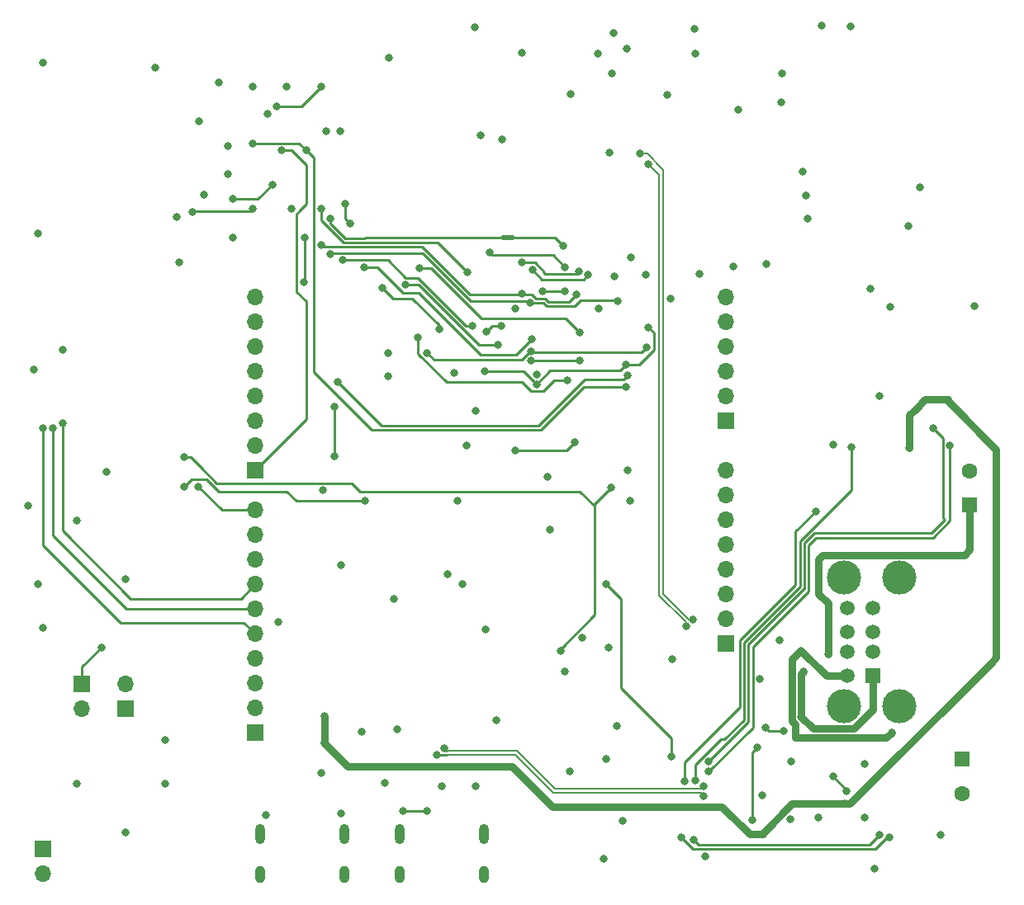
<source format=gbl>
G04 #@! TF.GenerationSoftware,KiCad,Pcbnew,8.0.8+1*
G04 #@! TF.CreationDate,2025-04-26T20:07:53+00:00*
G04 #@! TF.ProjectId,mbed-ce-ci-shield-v2,6d626564-2d63-4652-9d63-692d73686965,0*
G04 #@! TF.SameCoordinates,Original*
G04 #@! TF.FileFunction,Copper,L4,Bot*
G04 #@! TF.FilePolarity,Positive*
%FSLAX46Y46*%
G04 Gerber Fmt 4.6, Leading zero omitted, Abs format (unit mm)*
G04 Created by KiCad (PCBNEW 8.0.8+1) date 2025-04-26 20:07:53*
%MOMM*%
%LPD*%
G01*
G04 APERTURE LIST*
G04 #@! TA.AperFunction,EtchedComponent*
%ADD10C,0.000000*%
G04 #@! TD*
G04 #@! TA.AperFunction,ComponentPad*
%ADD11R,1.700000X1.700000*%
G04 #@! TD*
G04 #@! TA.AperFunction,ComponentPad*
%ADD12O,1.700000X1.700000*%
G04 #@! TD*
G04 #@! TA.AperFunction,ComponentPad*
%ADD13R,1.600000X1.600000*%
G04 #@! TD*
G04 #@! TA.AperFunction,ComponentPad*
%ADD14C,1.600000*%
G04 #@! TD*
G04 #@! TA.AperFunction,ComponentPad*
%ADD15O,1.000000X2.100000*%
G04 #@! TD*
G04 #@! TA.AperFunction,ComponentPad*
%ADD16O,1.000000X1.800000*%
G04 #@! TD*
G04 #@! TA.AperFunction,ComponentPad*
%ADD17R,1.500000X1.500000*%
G04 #@! TD*
G04 #@! TA.AperFunction,ComponentPad*
%ADD18C,1.500000*%
G04 #@! TD*
G04 #@! TA.AperFunction,ComponentPad*
%ADD19C,3.500000*%
G04 #@! TD*
G04 #@! TA.AperFunction,SMDPad,CuDef*
%ADD20C,0.500000*%
G04 #@! TD*
G04 #@! TA.AperFunction,ViaPad*
%ADD21C,0.800000*%
G04 #@! TD*
G04 #@! TA.AperFunction,Conductor*
%ADD22C,0.750000*%
G04 #@! TD*
G04 #@! TA.AperFunction,Conductor*
%ADD23C,0.250000*%
G04 #@! TD*
G04 #@! TA.AperFunction,Conductor*
%ADD24C,0.200000*%
G04 #@! TD*
G04 APERTURE END LIST*
D10*
G04 #@! TA.AperFunction,EtchedComponent*
G36*
X106170000Y-49190000D02*
G01*
X105170000Y-49190000D01*
X105170000Y-48690000D01*
X106170000Y-48690000D01*
X106170000Y-49190000D01*
G37*
G04 #@! TD.AperFunction*
D11*
X79750000Y-72870000D03*
D12*
X79750000Y-70330000D03*
X79750000Y-67790000D03*
X79750000Y-65250000D03*
X79750000Y-62710000D03*
X79750000Y-60170000D03*
X79750000Y-57630000D03*
X79750000Y-55090000D03*
D13*
X153000000Y-76402651D03*
D14*
X153000000Y-72902651D03*
D11*
X79750000Y-99794000D03*
D12*
X79750000Y-97254000D03*
X79750000Y-94714000D03*
X79750000Y-92174000D03*
X79750000Y-89634000D03*
X79750000Y-87094000D03*
X79750000Y-84554000D03*
X79750000Y-82014000D03*
X79750000Y-79474000D03*
X79750000Y-76934000D03*
D15*
X94565051Y-110160000D03*
D16*
X94565051Y-114340000D03*
D15*
X103205051Y-110160000D03*
D16*
X103205051Y-114340000D03*
D11*
X128010000Y-90650000D03*
D12*
X128010000Y-88110000D03*
X128010000Y-85570000D03*
X128010000Y-83030000D03*
X128010000Y-80490000D03*
X128010000Y-77950000D03*
X128010000Y-75410000D03*
X128010000Y-72870000D03*
D11*
X128010000Y-67790000D03*
D12*
X128010000Y-65250000D03*
X128010000Y-62710000D03*
X128010000Y-60170000D03*
X128010000Y-57630000D03*
X128010000Y-55090000D03*
D11*
X66500000Y-97275000D03*
D12*
X66500000Y-94735000D03*
D11*
X58000000Y-111725000D03*
D12*
X58000000Y-114265000D03*
D11*
X62000000Y-94725000D03*
D12*
X62000000Y-97265000D03*
D15*
X80270000Y-110160000D03*
D16*
X80270000Y-114340000D03*
D15*
X88910000Y-110160000D03*
D16*
X88910000Y-114340000D03*
D13*
X152250000Y-102500000D03*
D14*
X152250000Y-106000000D03*
D17*
X143107685Y-93940000D03*
D18*
X143107685Y-91440000D03*
X143107685Y-89440000D03*
X143107685Y-86940000D03*
X140487685Y-93940000D03*
X140487685Y-91440000D03*
X140487685Y-89440000D03*
X140487685Y-86940000D03*
D19*
X145817685Y-97010000D03*
X145817685Y-83870000D03*
X140137685Y-97010000D03*
X140137685Y-83870000D03*
D20*
X105170000Y-48940000D03*
X106170000Y-48940000D03*
D21*
X93035051Y-104940000D03*
X106400000Y-56200000D03*
X88590000Y-108015000D03*
X90650000Y-99675000D03*
X69500000Y-31500000D03*
X86535051Y-103940000D03*
X101450000Y-70300000D03*
X86700000Y-74900000D03*
X116300000Y-32137659D03*
X133500000Y-90250000D03*
X116100000Y-40200000D03*
X114900000Y-30037659D03*
X134620000Y-108620000D03*
X77000000Y-42475000D03*
X143250000Y-113750000D03*
X83500000Y-46000000D03*
X61500000Y-105000000D03*
X115750000Y-102500000D03*
X131500000Y-94250000D03*
X128800000Y-51900000D03*
X56500000Y-76500000D03*
X81000000Y-36225000D03*
X60000000Y-60500000D03*
X109750000Y-73550000D03*
X57500000Y-48500000D03*
X136200000Y-44600000D03*
X115500000Y-112750000D03*
X118200000Y-75950000D03*
X116600000Y-52900000D03*
X93500000Y-30500000D03*
X71690000Y-46835000D03*
X113250000Y-90000000D03*
X115000000Y-56200000D03*
X104500000Y-98500000D03*
X103400000Y-89150000D03*
X58000000Y-89000000D03*
X122000000Y-34337659D03*
X93400000Y-60800000D03*
X58000000Y-31000000D03*
X88475000Y-38000000D03*
X61500000Y-78000000D03*
X122340000Y-55230000D03*
X147900000Y-43800000D03*
X98885051Y-105265000D03*
X131760000Y-106165500D03*
X142220000Y-103000000D03*
X74000000Y-37000000D03*
X124900000Y-30037659D03*
X129300000Y-35837159D03*
X133800000Y-32137659D03*
X153500000Y-56000000D03*
X99500000Y-83500000D03*
X66500000Y-84000000D03*
X119800000Y-52725500D03*
X117900000Y-29537659D03*
X64500000Y-73000000D03*
X137800000Y-27200000D03*
X79500000Y-33500000D03*
X102910000Y-38490000D03*
X142250000Y-108500000D03*
X83000000Y-33500000D03*
X66500000Y-110000000D03*
X102262500Y-27405000D03*
X122500000Y-92250000D03*
X82150000Y-88425000D03*
X100500000Y-76000000D03*
X134750000Y-102750000D03*
X80840000Y-108265000D03*
X102385051Y-105265000D03*
X144900000Y-56100000D03*
X70500000Y-105000000D03*
X110000000Y-78900000D03*
X143750000Y-65250000D03*
X146850000Y-70560000D03*
X86890000Y-98070000D03*
X140220000Y-107050000D03*
X124800000Y-27537659D03*
X116500000Y-28000000D03*
X57500000Y-84500000D03*
X133700000Y-35037659D03*
X135900000Y-42200000D03*
X111500000Y-93500000D03*
X132200000Y-51700000D03*
X88600000Y-82600000D03*
X116040000Y-91060000D03*
X125300000Y-52700000D03*
X76000000Y-33037500D03*
X125920000Y-112460000D03*
X107110000Y-29990000D03*
X150000000Y-110250000D03*
X101000000Y-84550000D03*
X93400000Y-63200000D03*
X57050000Y-62500000D03*
X72000000Y-51500000D03*
X77512899Y-48925399D03*
X140800000Y-27300000D03*
X137500000Y-108500000D03*
X94000000Y-86000000D03*
X70500000Y-100500000D03*
X139000000Y-70200000D03*
X108600000Y-62975402D03*
X146700000Y-47800000D03*
X87000000Y-38000000D03*
X142800000Y-54200000D03*
X136400000Y-47037659D03*
X112010000Y-103775500D03*
X102350000Y-66700000D03*
X77000000Y-39525000D03*
X117950000Y-72800000D03*
X94300000Y-99400000D03*
X74500000Y-44525000D03*
X112100000Y-34200000D03*
X105070000Y-38850000D03*
X100200000Y-62800000D03*
X116850000Y-99110000D03*
X118250000Y-51000000D03*
X117470000Y-108850000D03*
X140420000Y-105730000D03*
X133940000Y-99590000D03*
X132075500Y-99270000D03*
X139010000Y-104250000D03*
X97385051Y-107765000D03*
X94885051Y-107765000D03*
X130750000Y-108750000D03*
X131250000Y-101250000D03*
X123800000Y-104720000D03*
X137210000Y-77060000D03*
X123487701Y-110512299D03*
X144770000Y-110470000D03*
X82500000Y-40000000D03*
X107100000Y-51500000D03*
X112964137Y-52449051D03*
X111500000Y-54500000D03*
X103800000Y-50500000D03*
X109184623Y-54500500D03*
X111500000Y-51975500D03*
X119900000Y-60200000D03*
X97400000Y-60800000D03*
X108000000Y-60600000D03*
X108000000Y-61599503D03*
X113000000Y-61600000D03*
X125750000Y-106275000D03*
X98350000Y-102070000D03*
X125750000Y-105225000D03*
X99190000Y-101340000D03*
X120100000Y-58200000D03*
X117800000Y-62000000D03*
X108600000Y-64000000D03*
X103300000Y-62700000D03*
X106450000Y-70800000D03*
X112550000Y-69950000D03*
X149250000Y-68500000D03*
X126250000Y-102750000D03*
X143750000Y-110250000D03*
X124750000Y-110750000D03*
X124900000Y-104670000D03*
X140890000Y-70500000D03*
X126262299Y-103762299D03*
X151000000Y-70250000D03*
X136000000Y-93500000D03*
X138500000Y-91750000D03*
X135754214Y-98135042D03*
X135750219Y-91378280D03*
X145000000Y-99750000D03*
X105016360Y-57975000D03*
X103475000Y-58580000D03*
X122440000Y-102200000D03*
X115721278Y-84478722D03*
X120100000Y-41437659D03*
X123928768Y-88871232D03*
X111324500Y-49800000D03*
X86500000Y-46000000D03*
X108200000Y-52300000D03*
X101552653Y-52552653D03*
X113900000Y-52800000D03*
X119229163Y-40300000D03*
X124671232Y-88128768D03*
X96600000Y-52100000D03*
X113000000Y-58680000D03*
X92840000Y-54140000D03*
X98642299Y-58382299D03*
X87890000Y-66345500D03*
X87930000Y-71430000D03*
X88230000Y-63770000D03*
X117946357Y-63125620D03*
X116900000Y-55500000D03*
X107949695Y-55675000D03*
X87494161Y-50624500D03*
X86500000Y-49700000D03*
X112700000Y-54800000D03*
X107125000Y-54737653D03*
X58000000Y-68500000D03*
X89000000Y-45500000D03*
X89512653Y-47512653D03*
X102000000Y-58012500D03*
X88700000Y-51275500D03*
X95200000Y-53800000D03*
X82000000Y-35500000D03*
X84800000Y-48975000D03*
X104682299Y-60000000D03*
X60000000Y-68000000D03*
X84760000Y-53500000D03*
X86500000Y-33500000D03*
X108110000Y-59370000D03*
X90900000Y-52000000D03*
X59000000Y-68500000D03*
X79500000Y-46000000D03*
X73300000Y-46300000D03*
X87500000Y-47000000D03*
X73900000Y-74500000D03*
X72500000Y-71500000D03*
X116250000Y-74600000D03*
X111050000Y-91400000D03*
X111760000Y-63580000D03*
X96440000Y-59190000D03*
X117780000Y-64260000D03*
X85000000Y-40000000D03*
X79500000Y-39275000D03*
X64000000Y-91000000D03*
X72500000Y-74500000D03*
X91000000Y-76000000D03*
X77500000Y-45000000D03*
X81500000Y-43500000D03*
D22*
X140220000Y-107050000D02*
X140760000Y-107050000D01*
X155740000Y-70710000D02*
X150780000Y-65750000D01*
X150780000Y-65560000D02*
X148460000Y-65560000D01*
X110260000Y-107390000D02*
X127630000Y-107390000D01*
X134811141Y-107050000D02*
X140220000Y-107050000D01*
X86890000Y-100650051D02*
X86775051Y-100765000D01*
X147470000Y-66550000D02*
X146850000Y-67170000D01*
X106122299Y-103252299D02*
X110260000Y-107390000D01*
X155200000Y-92610000D02*
X155740000Y-92070000D01*
X155740000Y-92070000D02*
X155740000Y-70710000D01*
X131800000Y-110210000D02*
X131800000Y-110061141D01*
X86775051Y-100765000D02*
X89155051Y-103145000D01*
X148460000Y-65560000D02*
X147470000Y-66550000D01*
X89262350Y-103252299D02*
X105242350Y-103252299D01*
X150780000Y-65750000D02*
X150780000Y-65560000D01*
X86890000Y-98070000D02*
X86890000Y-100650051D01*
X131800000Y-110061141D02*
X134811141Y-107050000D01*
X146850000Y-67170000D02*
X146850000Y-70560000D01*
X105242350Y-103252299D02*
X106122299Y-103252299D01*
X140760000Y-107050000D02*
X155200000Y-92610000D01*
X89155051Y-103145000D02*
X89262350Y-103252299D01*
X130450000Y-110210000D02*
X131800000Y-110210000D01*
X127630000Y-107390000D02*
X130450000Y-110210000D01*
D23*
X140420000Y-105660000D02*
X139010000Y-104250000D01*
X140420000Y-105730000D02*
X140420000Y-105660000D01*
X132395500Y-99590000D02*
X132075500Y-99270000D01*
X133940000Y-99590000D02*
X132395500Y-99590000D01*
X94885051Y-107765000D02*
X97385051Y-107765000D01*
X130750000Y-101750000D02*
X131250000Y-101250000D01*
X130750000Y-108750000D02*
X130750000Y-101750000D01*
X129420000Y-90307208D02*
X135150000Y-84577208D01*
X135150000Y-79120000D02*
X137210000Y-77060000D01*
X123800000Y-102770000D02*
X129420000Y-97150000D01*
X123800000Y-104720000D02*
X123800000Y-102770000D01*
X135150000Y-84577208D02*
X135150000Y-79120000D01*
X129420000Y-97150000D02*
X129420000Y-90307208D01*
X144770000Y-110470000D02*
X144555305Y-110470000D01*
X124675402Y-111700000D02*
X123487701Y-110512299D01*
X144555305Y-110470000D02*
X143325305Y-111700000D01*
X143325305Y-111700000D02*
X124675402Y-111700000D01*
X82500000Y-40000000D02*
X83500000Y-40000000D01*
X83500000Y-40000000D02*
X85000000Y-41500000D01*
X85000000Y-67620000D02*
X79750000Y-72870000D01*
X85000000Y-45500000D02*
X84225000Y-46275000D01*
X85000000Y-41500000D02*
X85000000Y-45500000D01*
X84035000Y-54535000D02*
X85000000Y-55500000D01*
X84035000Y-46490305D02*
X84035000Y-54535000D01*
X85000000Y-55500000D02*
X85000000Y-67620000D01*
X84225000Y-46275000D02*
X84225000Y-46300305D01*
X84225000Y-46300305D02*
X84035000Y-46490305D01*
X109400000Y-52700000D02*
X112713188Y-52700000D01*
X107100000Y-51500000D02*
X108425305Y-51500000D01*
X108425305Y-51500000D02*
X109400000Y-52474695D01*
X109400000Y-52474695D02*
X109400000Y-52700000D01*
X112713188Y-52700000D02*
X112964137Y-52449051D01*
X103800000Y-50500000D02*
X104075000Y-50775000D01*
X110299500Y-50775000D02*
X111500000Y-51975500D01*
X111499500Y-54500500D02*
X111500000Y-54500000D01*
X104075000Y-50775000D02*
X110299500Y-50775000D01*
X109184623Y-54500500D02*
X111499500Y-54500500D01*
X98100000Y-61500000D02*
X97400000Y-60800000D01*
X107074198Y-61500000D02*
X98100000Y-61500000D01*
X108000000Y-60600000D02*
X107974198Y-60600000D01*
X119900000Y-60200000D02*
X119375000Y-60725000D01*
X108125000Y-60725000D02*
X108000000Y-60600000D01*
X119375000Y-60725000D02*
X108125000Y-60725000D01*
X107974198Y-60600000D02*
X107074198Y-61500000D01*
X108000000Y-61599503D02*
X108000497Y-61600000D01*
X108000497Y-61600000D02*
X113000000Y-61600000D01*
D24*
X106436800Y-102065000D02*
X99430000Y-102065000D01*
X125450001Y-105975001D02*
X110346801Y-105975001D01*
X125750000Y-106275000D02*
X125450001Y-105975001D01*
D23*
X98355000Y-102065000D02*
X98350000Y-102070000D01*
D24*
X110346801Y-105975001D02*
X106436800Y-102065000D01*
D23*
X99430000Y-102065000D02*
X98355000Y-102065000D01*
X99430000Y-101580000D02*
X99190000Y-101340000D01*
D24*
X110533199Y-105524999D02*
X106623200Y-101615000D01*
X125750000Y-105225000D02*
X125450001Y-105524999D01*
X125450001Y-105524999D02*
X110533199Y-105524999D01*
X106623200Y-101615000D02*
X99430000Y-101615000D01*
D23*
X99430000Y-101615000D02*
X99430000Y-101580000D01*
X108600000Y-64000000D02*
X107300000Y-62700000D01*
X120100000Y-58200000D02*
X120625000Y-58725000D01*
X108600000Y-64000000D02*
X110000000Y-62600000D01*
X119125305Y-62000000D02*
X117800000Y-62000000D01*
X107300000Y-62700000D02*
X103300000Y-62700000D01*
X120625000Y-60500305D02*
X119125305Y-62000000D01*
X120625000Y-58725000D02*
X120625000Y-60500305D01*
X117200000Y-62600000D02*
X117800000Y-62000000D01*
X110000000Y-62600000D02*
X117200000Y-62600000D01*
X106450000Y-70800000D02*
X111700000Y-70800000D01*
X111700000Y-70800000D02*
X112550000Y-69950000D01*
X137113604Y-79250000D02*
X149113604Y-79250000D01*
X136000000Y-85000000D02*
X136050000Y-85000000D01*
X136050000Y-80313604D02*
X137113604Y-79250000D01*
X150275000Y-69525000D02*
X149250000Y-68500000D01*
X149113604Y-79250000D02*
X150431802Y-77931802D01*
X150431802Y-77931802D02*
X150275000Y-77775000D01*
X130325000Y-98675000D02*
X130325000Y-90675000D01*
X126250000Y-102750000D02*
X130325000Y-98675000D01*
X150275000Y-77775000D02*
X150275000Y-69525000D01*
X136050000Y-85000000D02*
X136050000Y-80313604D01*
X130325000Y-90675000D02*
X136000000Y-85000000D01*
X125250000Y-111250000D02*
X124750000Y-110750000D01*
X143750000Y-110250000D02*
X142750000Y-111250000D01*
X126000000Y-111250000D02*
X125250000Y-111250000D01*
X142750000Y-111250000D02*
X126000000Y-111250000D01*
X140890000Y-74837208D02*
X140890000Y-70500000D01*
X129870000Y-98493604D02*
X129870000Y-90493604D01*
X124900000Y-104670000D02*
X124900000Y-103074695D01*
X135600000Y-84763604D02*
X135600000Y-80127208D01*
X124900000Y-103074695D02*
X127504695Y-100470000D01*
X127893604Y-100470000D02*
X129870000Y-98493604D01*
X129870000Y-90493604D02*
X135600000Y-84763604D01*
X135600000Y-80127208D02*
X140890000Y-74837208D01*
X127504695Y-100470000D02*
X127893604Y-100470000D01*
X136500000Y-80500000D02*
X136500000Y-85250000D01*
X151000000Y-78000000D02*
X149250000Y-79750000D01*
X130775000Y-99250305D02*
X126263006Y-103762299D01*
X126263006Y-103762299D02*
X126262299Y-103762299D01*
X151000000Y-70250000D02*
X151000000Y-78000000D01*
X137250000Y-79750000D02*
X136500000Y-80500000D01*
X130775000Y-90975000D02*
X130775000Y-99250305D01*
X136500000Y-85250000D02*
X130775000Y-90975000D01*
X149250000Y-79750000D02*
X137250000Y-79750000D01*
D22*
X135754214Y-93745786D02*
X136000000Y-93500000D01*
X135754214Y-98135042D02*
X135754214Y-93745786D01*
X136954172Y-99335000D02*
X135754214Y-98135042D01*
X152455000Y-81545000D02*
X153000000Y-81000000D01*
X153000000Y-81000000D02*
X153000000Y-76402651D01*
X143107685Y-97392315D02*
X141165000Y-99335000D01*
X138500000Y-91750000D02*
X138500000Y-86500000D01*
X143107685Y-93940000D02*
X143107685Y-97392315D01*
X141165000Y-99335000D02*
X136954172Y-99335000D01*
X137955000Y-81545000D02*
X152455000Y-81545000D01*
X138500000Y-86500000D02*
X137500000Y-85500000D01*
X137500000Y-82000000D02*
X137955000Y-81545000D01*
X137500000Y-85500000D02*
X137500000Y-82000000D01*
X135621720Y-91378280D02*
X134804214Y-92195786D01*
X135120000Y-100285000D02*
X144465000Y-100285000D01*
X144465000Y-100285000D02*
X145000000Y-99750000D01*
X134779214Y-97731183D02*
X134779214Y-98538901D01*
X135120000Y-98879687D02*
X135120000Y-100285000D01*
X138311939Y-93940000D02*
X135750219Y-91378280D01*
X134779214Y-98538901D02*
X135120000Y-98879687D01*
X134804214Y-97706183D02*
X134779214Y-97731183D01*
X134804214Y-92195786D02*
X134804214Y-97706183D01*
X140487685Y-93940000D02*
X138311939Y-93940000D01*
X135750219Y-91378280D02*
X135621720Y-91378280D01*
D23*
X105016360Y-57975000D02*
X104080000Y-57975000D01*
X104080000Y-57975000D02*
X103475000Y-58580000D01*
X122440000Y-100340000D02*
X117300000Y-95200000D01*
X117300000Y-86057444D02*
X115721278Y-84478722D01*
X117300000Y-95200000D02*
X117300000Y-86057444D01*
X122440000Y-102200000D02*
X122440000Y-100340000D01*
D24*
X120100000Y-41437659D02*
X121175000Y-42512659D01*
X121175000Y-85693199D02*
X123928768Y-88446967D01*
X121175000Y-42512659D02*
X121175000Y-85693199D01*
X123928768Y-88446967D02*
X123928768Y-88871232D01*
D23*
X106170000Y-48940000D02*
X110464500Y-48940000D01*
X110464500Y-48940000D02*
X111324500Y-49800000D01*
X109150000Y-53250000D02*
X111500000Y-53250000D01*
X98450000Y-49450000D02*
X101552653Y-52552653D01*
X86500000Y-46000000D02*
X86500000Y-47136396D01*
X86500000Y-47136396D02*
X88813604Y-49450000D01*
X88813604Y-49450000D02*
X98450000Y-49450000D01*
X113450000Y-53250000D02*
X113900000Y-52800000D01*
X111500000Y-53250000D02*
X113450000Y-53250000D01*
X108200000Y-52300000D02*
X109150000Y-53250000D01*
D24*
X121625000Y-41972709D02*
X121625000Y-85506801D01*
X124246967Y-88128768D02*
X124671232Y-88128768D01*
X119229163Y-40300000D02*
X119952291Y-40300000D01*
X119500000Y-40300000D02*
X119500000Y-40247709D01*
X119952291Y-40300000D02*
X121625000Y-41972709D01*
X121625000Y-85506801D02*
X124246967Y-88128768D01*
X119229163Y-40300000D02*
X119500000Y-40300000D01*
D23*
X102977208Y-57250000D02*
X111570000Y-57250000D01*
X111570000Y-57250000D02*
X113000000Y-58680000D01*
X97827208Y-52100000D02*
X102977208Y-57250000D01*
X96600000Y-52100000D02*
X97827208Y-52100000D01*
X92840000Y-54140000D02*
X93880000Y-55180000D01*
X95880000Y-55180000D02*
X98642299Y-57942299D01*
X98642299Y-57942299D02*
X98642299Y-58382299D01*
X93880000Y-55180000D02*
X95880000Y-55180000D01*
X108827208Y-68240000D02*
X92700000Y-68240000D01*
X87890000Y-66345500D02*
X87890000Y-71390000D01*
X87890000Y-71390000D02*
X87930000Y-71430000D01*
X117946357Y-63125620D02*
X117536977Y-63535000D01*
X117536977Y-63535000D02*
X113532208Y-63535000D01*
X92700000Y-68240000D02*
X88230000Y-63770000D01*
X113532208Y-63535000D02*
X108827208Y-68240000D01*
X101826257Y-55462653D02*
X107737348Y-55462653D01*
X109625305Y-56000000D02*
X112525305Y-56000000D01*
X109300305Y-55675000D02*
X109625305Y-56000000D01*
X96914104Y-50550500D02*
X101826257Y-55462653D01*
X112525305Y-56000000D02*
X113125305Y-55400000D01*
X87568161Y-50550500D02*
X96914104Y-50550500D01*
X116800000Y-55400000D02*
X116900000Y-55500000D01*
X107737348Y-55462653D02*
X107949695Y-55675000D01*
X87494161Y-50624500D02*
X87568161Y-50550500D01*
X107949695Y-55675000D02*
X109300305Y-55675000D01*
X113125305Y-55400000D02*
X116800000Y-55400000D01*
X96900000Y-49900000D02*
X101800000Y-54800000D01*
X107070000Y-54800000D02*
X108100000Y-54800000D01*
X86700000Y-49900000D02*
X87674695Y-49900000D01*
X87679948Y-49894747D02*
X87880964Y-49894747D01*
X111950000Y-55550000D02*
X109811701Y-55550000D01*
X101800000Y-54800000D02*
X107070000Y-54800000D01*
X108525000Y-55225000D02*
X108100000Y-54800000D01*
X87886217Y-49900000D02*
X96900000Y-49900000D01*
X109811701Y-55550000D02*
X109486701Y-55225000D01*
X109486701Y-55225000D02*
X108525000Y-55225000D01*
X87674695Y-49900000D02*
X87679948Y-49894747D01*
X107070000Y-54800000D02*
X107070000Y-54792653D01*
X87880964Y-49894747D02*
X87886217Y-49900000D01*
X107070000Y-54792653D02*
X107125000Y-54737653D01*
X86500000Y-49700000D02*
X86700000Y-49900000D01*
X112700000Y-54800000D02*
X111950000Y-55550000D01*
X101358896Y-58012500D02*
X96421396Y-53075000D01*
X66000000Y-88500000D02*
X78616000Y-88500000D01*
X89000000Y-47000000D02*
X89512653Y-47512653D01*
X95200000Y-53075000D02*
X93400500Y-51275500D01*
X102000000Y-58012500D02*
X101358896Y-58012500D01*
X78616000Y-88500000D02*
X79750000Y-89634000D01*
X96421396Y-53075000D02*
X95200000Y-53075000D01*
X58000000Y-80500000D02*
X66000000Y-88500000D01*
X89000000Y-45500000D02*
X89000000Y-47000000D01*
X93400500Y-51275500D02*
X88700000Y-51275500D01*
X58000000Y-68500000D02*
X58000000Y-80500000D01*
X96510000Y-53800000D02*
X95200000Y-53800000D01*
X84500000Y-35500000D02*
X86500000Y-33500000D01*
X60000000Y-68000000D02*
X60000000Y-79000000D01*
X84800000Y-48975000D02*
X84800000Y-53460000D01*
X60000000Y-79000000D02*
X67000000Y-86000000D01*
X67000000Y-86000000D02*
X78304000Y-86000000D01*
X104682299Y-60000000D02*
X102710000Y-60000000D01*
X78304000Y-86000000D02*
X79750000Y-84554000D01*
X102710000Y-60000000D02*
X96510000Y-53800000D01*
X82000000Y-35500000D02*
X84500000Y-35500000D01*
X84800000Y-53460000D02*
X84760000Y-53500000D01*
X92300000Y-52000000D02*
X94900000Y-54600000D01*
X106480000Y-61000000D02*
X108110000Y-59370000D01*
X90900000Y-52000000D02*
X92300000Y-52000000D01*
X59000000Y-79500000D02*
X66594000Y-87094000D01*
X94900000Y-54600000D02*
X96510000Y-54600000D01*
X102910000Y-61000000D02*
X106480000Y-61000000D01*
X66594000Y-87094000D02*
X79750000Y-87094000D01*
X59000000Y-68500000D02*
X59000000Y-79500000D01*
X96510000Y-54600000D02*
X102910000Y-61000000D01*
X87500000Y-47500000D02*
X87500000Y-47000000D01*
X79275000Y-46225000D02*
X73375000Y-46225000D01*
X79500000Y-46000000D02*
X79275000Y-46225000D01*
X105170000Y-48940000D02*
X91060000Y-48940000D01*
X73375000Y-46225000D02*
X73300000Y-46300000D01*
X89000000Y-49000000D02*
X87500000Y-47500000D01*
X91060000Y-48940000D02*
X91000000Y-49000000D01*
X76334000Y-76934000D02*
X73900000Y-74500000D01*
X79750000Y-76934000D02*
X76334000Y-76934000D01*
X91000000Y-49000000D02*
X89000000Y-49000000D01*
X114550000Y-87674695D02*
X114550000Y-76500000D01*
X111050000Y-91400000D02*
X111050000Y-91174695D01*
X114550000Y-76300000D02*
X116250000Y-74600000D01*
X114550000Y-76500000D02*
X113050000Y-75000000D01*
X74136396Y-72500000D02*
X73136396Y-71500000D01*
X114550000Y-76500000D02*
X114550000Y-76300000D01*
X89675000Y-74175000D02*
X75811396Y-74175000D01*
X111050000Y-91174695D02*
X114550000Y-87674695D01*
X113050000Y-75000000D02*
X90500000Y-75000000D01*
X90500000Y-75000000D02*
X89675000Y-74175000D01*
X75811396Y-74175000D02*
X74136396Y-72500000D01*
X73136396Y-71500000D02*
X72500000Y-71500000D01*
X109295000Y-64725000D02*
X109690000Y-64330000D01*
X108015000Y-64725000D02*
X109295000Y-64725000D01*
X109690000Y-64330000D02*
X110440000Y-63580000D01*
X107180000Y-63890000D02*
X108015000Y-64725000D01*
X96440000Y-59190000D02*
X96440000Y-60865305D01*
X110440000Y-63580000D02*
X111760000Y-63580000D01*
X107090000Y-63800000D02*
X107180000Y-63890000D01*
X104530000Y-63800000D02*
X107090000Y-63800000D01*
X99374695Y-63800000D02*
X104530000Y-63800000D01*
X96440000Y-60865305D02*
X99374695Y-63800000D01*
X85000000Y-40000000D02*
X84275000Y-39275000D01*
X85775000Y-40775000D02*
X85000000Y-40000000D01*
X109013604Y-68690000D02*
X113443604Y-64260000D01*
X85775000Y-48505000D02*
X85775000Y-62765000D01*
X85775000Y-62765000D02*
X91700000Y-68690000D01*
X84275000Y-39275000D02*
X79500000Y-39275000D01*
X113443604Y-64260000D02*
X117780000Y-64260000D01*
X91700000Y-68690000D02*
X109013604Y-68690000D01*
X85775000Y-48505000D02*
X85775000Y-40775000D01*
X62000000Y-94725000D02*
X62000000Y-93000000D01*
X62000000Y-93000000D02*
X64000000Y-91000000D01*
X76000000Y-75000000D02*
X74775000Y-73775000D01*
X84000000Y-76000000D02*
X83000000Y-75000000D01*
X74775000Y-73775000D02*
X73225000Y-73775000D01*
X91000000Y-76000000D02*
X84000000Y-76000000D01*
X83000000Y-75000000D02*
X76000000Y-75000000D01*
X73225000Y-73775000D02*
X72500000Y-74500000D01*
X81500000Y-43500000D02*
X80000000Y-45000000D01*
X80000000Y-45000000D02*
X77500000Y-45000000D01*
M02*

</source>
